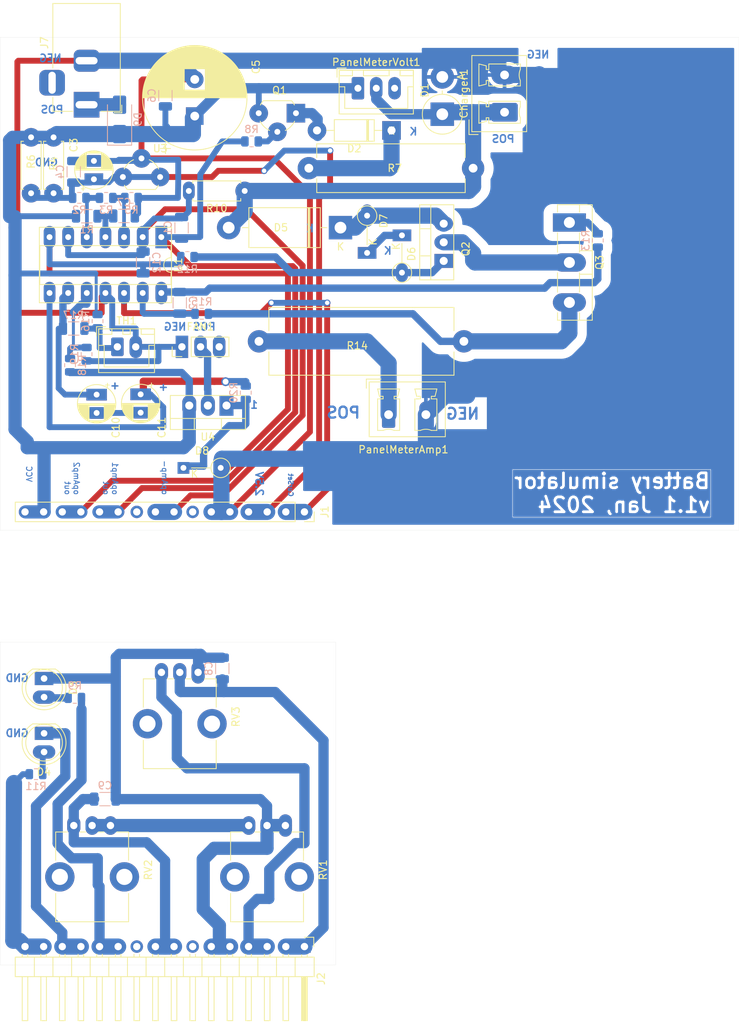
<source format=kicad_pcb>
(kicad_pcb (version 20221018) (generator pcbnew)
  (layers (0 "F.Cu" signal) (1 "In1.Cu" signal) (2 "In2.Cu" signal) (31 "B.Cu" signal) (34 "B.Paste" user) (35 "F.Paste" user) (36 "B.SilkS" user "B.Silkscreen") (37 "F.SilkS" user "F.Silkscreen") (38 "B.Mask" user) (39 "F.Mask" user) (44 "Edge.Cuts" user))
  (net 0 "")
  (net 1 "+2.5V")
  (net 2 "VCC")
  (net 3 "Net-(U1C--)")
  (net 4 "Net-(C10-Pad2)")
  (net 5 "Net-(C11-Pad1)")
  (net 6 "CHARGER+")
  (net 7 "Net-(D2-K)")
  (net 8 "Net-(D2-A)")
  (net 9 "Net-(D3-A)")
  (net 10 "Net-(D4-A)")
  (net 11 "Net-(D5-K)")
  (net 12 "Net-(D6-K)")
  (net 13 "Net-(D6-A)")
  (net 14 "Net-(FAN1-Pin_2)")
  (net 15 "METER_RED")
  (net 17 "Net-(Q1-B)")
  (net 18 "Net-(Q2-D)")
  (net 19 "Net-(Q3-B)")
  (net 20 "Net-(Q3-E)")
  (net 21 "V1")
  (net 22 "V2")
  (net 23 "Net-(C2-Pad2)")
  (net 24 "Net-(U1D--)")
  (net 25 "Net-(R16-Pad2)")
  (net 26 "Net-(U1C-+)")
  (net 27 "GND")
  (net 28 "Net-(D9-A)")
  (net 29 "Net-(U1E-V+)")
  (net 30 "Net-(RV1-Pad1)")
  (net 31 "CurSet")
  (net 36 "opamp-")
  (net 37 "opamp2Out")
  (net 38 "opamp1Out")
  (net 39 "Net-(D8-K)")
  (footprint "Capacitor_THT:CP_Radial_D5.0mm_P2.50mm" (layer "F.Cu") (at 83.04375 58.906 90)
    (fp_text reference "C3")
    (fp_text value "10u")
  )
  (footprint "Connector_JST:JST_XH_B2B-XH-A_1x02_P2.50mm_Vertical" (layer "F.Cu") (at 86.24575 81.75)
    (fp_text reference "TH1")
    (fp_text value "10k")
  )
  (footprint "Capacitor_THT:CP_Radial_D5.0mm_P2.50mm" (layer "F.Cu") (at 89.41575 88.222888 -90)
    (fp_text reference "C11")
    (fp_text value "22u/25V")
  )
  (footprint "Diode_THT:D_DO-35_SOD27_P5.08mm_Vertical_KathodeUp" (layer "F.Cu") (at 120.29375 68.945686 90)
    (fp_text reference "D7")
    (fp_text value "1N4735A")
  )
  (footprint "Diode_THT:D_DO-201AD_P5.08mm_Vertical_AnodeUp" (layer "F.Cu") (at 130.54375 50.04 90)
    (fp_text reference "D1")
    (fp_text value "1N5822")
  )
  (footprint "Connector_Phoenix_MC_HighVoltage:PhoenixContact_MCV_1,5_2-G-5.08_1x02_P5.08mm_Vertical" (layer "F.Cu") (at 139.03625 49.7725 90)
    (fp_text reference "Charger1")
    (fp_text value "Charger")
  )
  (footprint "Diode_THT:D_DO-201AD_P15.24mm_Horizontal" (layer "F.Cu") (at 116.66375 65.5 180)
    (fp_text reference "D5")
    (fp_text value "1N5404")
  )
  (footprint "Potentiometer_THT:Potentiometer_Bourns_PTV09A-1_Single_Vertical" (layer "F.Cu") (at 104.15 147 -90)
    (fp_text reference "RV1")
    (fp_text value "1k")
  )
  (footprint "Connector_PinHeader_2.54mm:PinHeader_1x16_P2.54mm_Horizontal" (layer "F.Cu") (at 111.75 163.5 -90)
    (fp_text reference "J2")
    (fp_text value "Conn_ctrl_brd")
  )
  (footprint "Connector_BarrelJack:BarrelJack_Horizontal" (layer "F.Cu") (at 82.04375 48.75 -90)
    (fp_text reference "J7")
    (fp_text value "Barrel_Jack")
  )
  (footprint "Potentiometer_THT:Potentiometer_Bourns_PTV09A-1_Single_Vertical" (layer "F.Cu") (at 92.25 126.1245 -90)
    (fp_text reference "RV3")
    (fp_text value "10k")
  )
  (footprint "Connector_JST:JST_XH_B3B-XH-A_1x03_P2.50mm_Vertical" (layer "F.Cu") (at 119.04375 46.5)
    (fp_text reference "PanelMeterVolt1")
    (fp_text value "Panel Meter Volt")
  )
  (footprint "Resistor_THT:R_Axial_Power_L20.0mm_W6.4mm_P22.40mm" (layer "F.Cu") (at 112.35 57.4)
    (fp_text reference "R7")
    (fp_text value "200 / 2W")
  )
  (footprint "Diode_THT:D_DO-35_SOD27_P5.08mm_Vertical_KathodeUp" (layer "F.Cu") (at 95.25 98.25)
    (fp_text reference "D8")
    (fp_text value "1N4741A / 11V")
  )
  (footprint "Diode_THT:D_DO-41_SOD81_P10.16mm_Horizontal" (layer "F.Cu") (at 123.62375 52.25 180)
    (fp_text reference "D2")
    (fp_text value "1N4001")
  )
  (footprint "Resistor_THT:R_Axial_DIN0207_L6.3mm_D2.5mm_P7.62mm_Horizontal" (layer "F.Cu") (at 74.478267 53.190449 -90)
    (fp_text reference "R6")
    (fp_text value "4.7k")
  )
  (footprint "Connector_PinSocket_2.54mm:PinSocket_1x16_P2.54mm_Vertical" (layer "F.Cu") (at 111.75 104.25 -90)
    (fp_text reference "J1")
    (fp_text value "Conn_power_brd" hide)
  )
  (footprint "LED_THT:LED_D5.0mm" (layer "F.Cu") (at 76.25 134.435 -90)
    (fp_text reference "D4")
    (fp_text value "RED")
  )
  (footprint "Package_TO_SOT_THT:TO-3P-3_Vertical" (layer "F.Cu") (at 147.875 64.8 -90)
    (fp_text reference "Q3")
    (fp_text value "2SD2390")
  )
  (footprint "Package_TO_SOT_THT:TO-92L_Wide" (layer "F.Cu") (at 110.59375 49.9 180)
    (fp_text reference "Q1")
    (fp_text value "2N3904")
  )
  (footprint "Package_TO_SOT_THT:TO-220-3_Vertical" (layer "F.Cu") (at 101.12375 89.75 180)
    (fp_text reference "U4")
    (fp_text value "LM317_TO-220")
  )
  (footprint "Package_TO_SOT_THT:TO-220-3_Vertical" (layer "F.Cu") (at 130.73875 70.04 90)
    (fp_text reference "Q2")
    (fp_text value "NDP6020P")
  )
  (footprint "Capacitor_THT:CP_Radial_D5.0mm_P2.50mm" (layer "F.Cu") (at 83.414306 88.262888 -90)
    (fp_text reference "C10")
    (fp_text value "22u/25V")
  )
  (footprint "Connector_PinHeader_2.54mm:PinHeader_1x03_P2.54mm_Vertical" (layer "F.Cu") (at 95.04375 81.75 90)
    (fp_text reference "FAN1")
    (fp_text value "FAN")
  )
  (footprint "Resistor_THT:R_Axial_Power_L25.0mm_W9.0mm_P27.94mm" (layer "F.Cu") (at 133.49 81 180)
    (fp_text reference "R14")
    (fp_text value "1R / 5W")
  )
  (footprint "Package_DIP:DIP-14_W7.62mm_Socket" (layer "F.Cu") (at 92.23475 66.79 -90)
    (fp_text reference "U1")
    (fp_text value "LM324")
  )
  (footprint "Diode_THT:D_DO-35_SOD27_P5.08mm_Vertical_KathodeUp" (layer "F.Cu") (at 125.04375 66.554315 -90)
    (fp_text reference "D6")
    (fp_text value "1N4735A")
  )
  (footprint "Connector_Phoenix_MC_HighVoltage:PhoenixContact_MCV_1,5_2-G-5.08_1x02_P5.08mm_Vertical" (layer "F.Cu") (at 123.2275 90.9925)
    (fp_text reference "PanelMeterAmp1")
    (fp_text value "Panel Meter Amp")
  )
  (footprint "Capacitor_THT:CP_Radial_D14.0mm_P5.00mm" (layer "F.Cu") (at 96.79375 50.297729 90)
    (fp_text reference "C5")
    (fp_text value "250uF/35V")
  )
  (footprint "Resistor_THT:R_Axial_DIN0207_L6.3mm_D2.5mm_P7.62mm_Horizontal" (layer "F.Cu") (at 103.60375 60.5 180)
    (fp_text reference "R10")
    (fp_text value "5k")
  )
  (footprint "Potentiometer_THT:Potentiometer_Bourns_PTV09A-1_Single_Vertical" (layer "F.Cu") (at 80.3 147 -90)
    (fp_text reference "RV2")
    (fp_text value "10k")
  )
  (footprint "Package_TO_SOT_THT:TO-92L_Wide" (layer "F.Cu") (at 86.99375 58.6)
    (fp_text reference "U3")
    (fp_text value "TL431LP")
  )
  (footprint "Resistor_THT:R_Axial_DIN0207_L6.3mm_D2.5mm_P7.62mm_Horizontal" (layer "F.Cu") (at 77.54375 53.19 -90)
    (fp_text reference "R4")
    (fp_text value "4.7k")
  )
  (footprint "LED_THT:LED_D5.0mm" (layer "F.Cu") (at 76.25 126.96 -90)
    (fp_text reference "D3")
    (fp_text value "GREEN")
  )
  (footprint "Resistor_SMD:R_0805_2012Metric" (layer "B.Cu") (at 82.04375 82.75 -90)
    (fp_text reference "R19")
    (fp_text value "470k")
  )
  (footprint "Resistor_SMD:R_0805_2012Metric" (layer "B.Cu") (at 104.54375 53.75 180)
    (fp_text reference "R8")
    (fp_text value "1k")
  )
  (footprint "Resistor_SMD:R_1206_3216Metric" (layer "B.Cu") (at 82.06975 63.946333)
    (fp_text reference "R1")
    (fp_text value "0")
  )
  (footprint "Resistor_SMD:R_0805_2012Metric" (layer "B.Cu") (at 88.16575 61.446)
    (fp_text reference "R5")
    (fp_text value "2k")
  )
  (footprint "Resistor_SMD:R_0805_2012Metric" (layer "B.Cu") (at 75.15 140)
    (fp_text reference "R11")
    (fp_text value "2k")
  )
  (footprint "Resistor_SMD:R_0805_2012Metric" (layer "B.Cu") (at 84.71325 61.446)
    (fp_text reference "R3")
    (fp_text value "10")
  )
  (footprint "Capacitor_SMD:C_1206_3216Metric" (layer "B.Cu") (at 87.150283 63.912406 180)
    (fp_text reference "C7")
    (fp_text value "100n/Film")
  )
  (footprint "Resistor_SMD:R_0805_2012Metric" (layer "B.Cu") (at 83.54375 78.25 -90)
    (fp_text reference "R16")
    (fp_text value "50k")
  )
  (footprint "Capacitor_SMD:C_1206_3216Metric" (layer "B.Cu") (at 84.55 143.4 180)
    (fp_text reference "C9")
    (fp_text value "1u")
  )
  (footprint "Capacitor_SMD:C_1206_3216Metric" (layer "B.Cu") (at 92.79375 47.5 -90)
    (fp_text reference "C6")
    (fp_text value "100n/Film")
  )
  (footprint "Resistor_SMD:R_0805_2012Metric" (layer "B.Cu") (at 79.79375 84.25 90)
    (fp_text reference "R18")
    (fp_text value "10Meg")
  )
  (footprint "Capacitor_SMD:C_1206_3216Metric" (layer "B.Cu") (at 95 65.525 -90)
    (fp_text reference "C1")
    (fp_text value "100n")
  )
  (footprint "Capacitor_SMD:C_1206_3216Metric" (layer "B.Cu") (at 89.75 70.25 90)
    (fp_text reference "C12")
    (fp_text value "10n")
  )
  (footprint "Resistor_SMD:R_0805_2012Metric" (layer "B.Cu") (at 80.4375 129.6 180)
    (fp_text reference "R9")
    (fp_text value "2k")
  )
  (footprint "Resistor_SMD:R_0805_2012Metric" (layer "B.Cu") (at 95.79375 69.5)
    (fp_text reference "R12")
    (fp_text value "1k")
  )
  (footprint "Resistor_SMD:R_0805_2012Metric" (layer "B.Cu") (at 151.75 67.25 -90)
    (fp_text reference "R13")
    (fp_text value "10k")
  )
  (footprint "Capacitor_SMD:C_1206_3216Metric" (layer "B.Cu") (at 94.75 75.75 90)
    (fp_text reference "C2")
    (fp_text value "100p")
  )
  (footprint "Resistor_SMD:R_1206_3216Metric" (layer "B.Cu") (at 80.2875 79.25 180)
    (fp_text reference "R17")
    (fp_text value "470k")
  )
  (footprint "Resistor_SMD:R_0805_2012Metric" (layer "B.Cu") (at 103.75 88 -90)
    (fp_text reference "R20")
    (fp_text value "10k")
  )
  (footprint "Capacitor_SMD:C_1206_3216Metric" (layer "B.Cu") (at 100.55 125.6 -90)
    (fp_text reference "C8")
    (fp_text value "1u")
  )
  (footprint "Resistor_SMD:R_0805_2012Metric" (layer "B.Cu") (at 81.05375 61.446)
    (fp_text reference "R2")
    (fp_text value "1k")
  )
  (footprint "Diode_SMD:D_SMA" (layer "B.Cu") (at 86.54375 50.75 90)
    (fp_text reference "D9")
    (fp_text value "Schottky/100mA")
  )
  (footprint "Capacitor_SMD:C_1206_3216Metric" (layer "B.Cu") (at 80.29375 57.89 -90)
    (fp_text reference "C4")
    (fp_text value "100n")
  )
  (footprint "Resistor_SMD:R_0805_2012Metric" (layer "B.Cu") (at 97.75 77.25 180)
    (fp_text reference "R15")
    (fp_text value "10k")
  )
  (gr_rect (start 70.25 39.55) (end 171 106.75) (stroke (width 0.02)) (fill none) (layer "Edge.Cuts"))
  (gr_rect (start 70.25 122) (end 116 166) (stroke (width 0.02)) (fill none) (layer "Edge.Cuts"))
  (gr_text "opAmp2\nout\n" (at 79 102 -90) (layer "B.Cu") (effects (font (size 0.762 0.762) (thickness 0.127) bold) (justify left bottom mirror)))
  (gr_text "NEG" (at 95.75 79.6) (layer "B.Cu") (effects (font (size 1.016 1.016) (thickness 0.2032) bold) (justify left bottom mirror)))
  (gr_text "POS" (at 140.5 54) (layer "B.Cu") (effects (font (size 1.016 1.016) (thickness 0.2032) bold) (justify left bottom mirror)))
  (gr_text "1" (at 105.5 90.25) (layer "B.Cu") (effects (font (size 1.016 1.016) (thickness 0.2032) bold) (justify left bottom mirror)))
  (gr_text "VCC" (at 73.75 100.25 -90) (layer "B.Cu") (effects (font (size 0.762 0.762) (thickness 0.127) bold) (justify left bottom mirror)))
  (gr_text "2.5V" (at 105 102.2 -90) (layer "B.Cu") (effects (font (size 1.016 1.016) (thickness 0.2032) bold) (justify left bottom mirror)))
  (gr_text "K" (at 127.25 53) (layer "B.Cu") (effects (font (size 1.016 1.016) (thickness 0.2032) bold) (justify left bottom mirror)))
  (gr_text "CurSet" (at 109.5 102.25 270) (layer "B.Cu") (effects (font (size 0.635 0.635) (thickness 0.1524) bold) (justify left bottom mirror)))
  (gr_text "POS" (at 79 50) (layer "B.Cu") (effects (font (size 1.016 1.016) (thickness 0.2032) bold) (justify left bottom mirror)))
  (gr_text "+" (at 91.75 87.8) (layer "B.Cu") (effects (font (size 1.016 1.016) (thickness 0.2032) bold) (justify left bottom)))
  (gr_text "GND" (at 74.25 135) (layer "B.Cu") (effects (font (size 1.016 1.016) (thickness 0.2032) bold) (justify left bottom mirror)))
  (gr_text "NEG" (at 145.25 42.5) (layer "B.Cu") (effects (font (size 1.016 1.016) (thickness 0.2032) bold) (justify left bottom mirror)))
  (gr_text "POS" (at 99.75 79.6) (layer "B.Cu") (effects (font (size 1.016 1.016) (thickness 0.2032) bold) (justify left bottom mirror)))
  (gr_text "POS" (at 119.5 91.6) (layer "B.Cu") (effects (font (size 1.5 1.5) (thickness 0.3) bold) (justify left bottom mirror)))
  (gr_text "Battery simulator\nv1.1 Jan, 2024" (at 167.25 104.5) (layer "B.Cu" knockout) (effects (font (size 2.032 2.032) (thickness 0.381) bold) (justify left bottom mirror)))
  (gr_text "opAmp1\nout\n" (at 84.25 102 -90) (layer "B.Cu") (effects (font (size 0.762 0.762) (thickness 0.127) bold) (justify left bottom mirror)))
  (gr_text "K" (at 123.75 69.25) (layer "B.Cu") (effects (font (size 1.016 1.016) (thickness 0.2032) bold) (justify left bottom mirror)))
  (gr_text "GND" (at 78.25 57.2) (layer "B.Cu") (effects (font (size 1.016 1.016) (thickness 0.2032) bold) (justify left bottom mirror)))
  (gr_text "NEG" (at 78.75 43) (layer "B.Cu") (effects (font (size 1.016 1.016) (thickness 0.2032) bold) (justify left bottom mirror)))
  (gr_text "K" (at 113.15 66.2) (layer "B.Cu") (effects (font (size 1.016 1.016) (thickness 0.2032) bold) (justify left bottom mirror)))
  (gr_text "opAmp-\n" (at 92.25 102 -90) (layer "B.Cu") (effects (font (size 0.762 0.762) (thickness 0.127) bold) (justify left bottom mirror)))
  (gr_text "NEG" (at 135.75 91.75) (layer "B.Cu") (effects (font (size 1.5 1.5) (thickness 0.3) bold) (justify left bottom mirror)))
  (gr_text "GND" (at 74.25 127.5) (layer "B.Cu") (effects (font (size 1.016 1.016) (thickness 0.2032) bold) (justify left bottom mirror)))
  (gr_text "+" (at 85.15 87.6) (layer "B.Cu") (effects (font (size 1.016 1.016) (thickness 0.2032) bold) (justify left bottom)))
  (segment (start 115.25 60) (end 113.75 61.5) (width 0.8) (layer "F.Cu") (net 1))
  (segment (start 99.15 58.6) (end 100 57.75) (width 0.8) (layer "F.Cu") (net 1))
  (segment (start 113.75 61.5) (end 113.75 97.17) (width 0.8) (layer "F.Cu") (net 1))
  (segment (start 100 57.75) (end 106.25 57.75) (width 0.8) (layer "F.Cu") (net 1))
  (segment (start 115.25 55) (end 115.25 60) (width 0.8) (layer "F.Cu") (net 1))
  (segment (start 113.75 97.17) (end 106.67 104.25) (width 0.8) (layer "F.Cu") (net 1))
  (segment (start 92.07375 58.6) (end 99.15 58.6) (width 0.8) (layer "F.Cu") (net 1))
  (via (at 115.25 55) (size 0.9) (drill 0.6) (layers "F.Cu" "B.Cu") (net 1))
  (via (at 106.25 57.75) (size 0.9) (drill 0.6) (layers "F.Cu" "B.Cu") (net 1))
  (segment (start 106.95 157) (end 105.33 157) (width 1.4) (layer "B.Cu") (net 1))
  (segment (start 109 55) (end 115.25 55) (width 0.8) (layer "B.Cu") (net 1))
  (segment (start 106.25 57.75) (end 109 55) (width 0.8) (layer "B.Cu") (net 1))
  (segment (start 106.95 153) (end 106.95 157) (width 1.4) (layer "B.Cu") (net 1))
  (segment (start 104.13 104.25) (end 106.67 104.25) (width 2.2) (layer "B.Cu") (net 1))
  (segment (start 94.35 137.8) (end 95.75 139.2) (width 1.4) (layer "B.Cu") (net 1))
  (segment (start 80.29375 59.365) (end 82.58475 59.365) (width 0.8) (layer "B.Cu") (net 1))
  (segment (start 104.13 158.2) (end 104.13 163.5) (width 1.4) (layer "B.Cu") (net 1))
  (segment (start 104.08 163.5) (end 106.62 163.5) (width 2.2) (layer "B.Cu") (net 1))
  (segment (start 111.75 139.2) (end 111.75 149.4) (width 1.4) (layer "B.Cu") (net 1))
  (segment (start 80.04375 61.1635) (end 80.04375 59.3365) (width 0.8) (layer "B.Cu") (net 1))
  (segment (start 111.75 149.4) (end 110.55 149.4) (width 1.4) (layer "B.Cu") (net 1))
  (segment (start 110.55 149.4) (end 106.95 153) (width 1.4) (layer "B.Cu") (net 1))
  (segment (start 94.35 131.6) (end 94.35 137.8) (width 1.4) (layer "B.Cu") (net 1))
  (segment (start 92.25 129.5) (end 94.35 131.6) (width 1.4) (layer "B.Cu") (net 1))
  (segment (start 82.531306 59.3194) (end 85.071306 59.3194) (width 0.8) (layer "B.Cu") (net 1))
  (segment (start 80.14125 61.446) (end 77.54375 61.446) (width 0.8) (layer "B.Cu") (net 1))
  (segment (start 92.25 126.1245) (end 92.25 129.5) (width 1.4) (layer "B.Cu") (net 1))
  (segment (start 105.33 157) (end 104.13 158.2) (width 1.4) (layer "B.Cu") (net 1))
  (segment (start 77.54375 61.446) (end 74.92975 61.446) (width 0.8) (layer "B.Cu") (net 1))
  (segment (start 82.58475 59.365) (end 83.04375 58.906) (width 0.8) (layer "B.Cu") (net 1))
  (segment (start 85.790706 58.6) (end 92.07375 58.6) (width 0.8) (layer "B.Cu") (net 1))
  (segment (start 95.75 139.2) (end 111.75 139.2) (width 1.4) (layer "B.Cu") (net 1))
  (segment (start 85.071306 59.3194) (end 85.790706 58.6) (width 0.8) (layer "B.Cu") (net 1))
  (segment (start 96.54375 50.547729) (end 96.79375 50.297729) (width 2.2) (layer "B.Cu") (net 2))
  (segment (start 119.04375 46.5) (end 105.54375 46.5) (width 1.4) (layer "B.Cu") (net 2))
  (segment (start 83.35548 71.85548) (end 83.25 71.75) (width 0.4) (layer "B.Cu") (net 2))
  (segment (start 74.29375 53.19) (end 77.54375 53.19) (width 1.8) (layer "B.Cu") (net 2))
  (segment (start 72.05 162.7) (end 72.85 162.7) (width 2.2) (layer "B.Cu") (net 2))
  (segment (start 72.29375 93) (end 72.29375 72) (width 1.8) (layer "B.Cu") (net 2))
  (segment (start 72.85 162.7) (end 73.65 163.5) (width 2.2) (layer "B.Cu") (net 2))
  (segment (start 72.347417 63.946333) (end 72.29375 64) (width 0.8) (layer "B.Cu") (net 2))
  (segment (start 79.79375 85.25) (end 95.00375 85.25) (width 1) (layer "B.Cu") (net 2))
  (segment (start 96.54375 52.75) (end 96.54375 50.547729) (width 2.2) (layer "B.Cu") (net 2))
  (segment (start 72.05 162.7) (end 72.15 141.2) (width 2.2) (layer "B.Cu") (net 2))
  (segment (start 83.25 71.75) (end 72.54375 71.75) (width 0.8) (layer "B.Cu") (net 2))
  (segment (start 73.95 94.65625) (end 72.29375 93) (width 1.8) (layer "B.Cu") (net 2))
  (segment (start 80.60725 63.946333) (end 72.347417 63.946333) (width 0.8) (layer "B.Cu") (net 2))
  (segment (start 72.29375 64) (end 72.29375 65.5) (width 1.8) (layer "B.Cu") (net 2))
  (segment (start 100.591479 46.5) (end 97.269885 49.821594) (width 1.4) (layer "B.Cu") (net 2))
  (segment (start 83.35548 76.955142) (end 83.35548 71.85548) (width 0.4) (layer "B.Cu") (net 2))
  (segment (start 76.27 104.25) (end 73.73 104.25) (width 1.8) (layer "B.Cu") (net 2))
  (segment (start 72.29375 65.5) (end 72.29375 72) (width 1.8) (layer "B.Cu") (net 2))
  (segment (start 71.55 53.6) (end 71.95 53.2) (width 1.8) (layer "B.Cu") (net 2))
  (segment (start 105.52375 49.98) (end 105.52375 46.52) (width 0.8) (layer "B.Cu") (net 2))
  (segment (start 73.95 95.5) (end 73.95 94.65625) (width 1.8) (layer "B.Cu") (net 2))
  (segment (start 71.95 53.2) (end 74.29375 53.19) (width 1.8) (layer "B.Cu") (net 2))
  (segment (start 76.25 104.25) (end 76.25 95.8) (width 1.8) (layer "B.Cu") (net 2))
  (segment (start 96.04375 86.29) (end 96.04375 89.75) (width 1) (layer "B.Cu") (net 2))
  (segment (start 71.55 64) (end 71.55 53.6) (width 1.8) (layer "B.Cu") (net 2))
  (segment (start 74.2375 140) (end 73.35 140) (width 0.8) (layer "B.Cu") (net 2))
  (segment (start 86.54375 52.75) (end 77.98375 52.75) (width 2.2) (layer "B.Cu") (net 2))
  (segment (start 86.54375 52.75) (end 96.54375 52.75) (width 2.2) (layer "B.Cu") (net 2))
  (segment (start 92.79375 51.5) (end 93.04375 51.75) (width 0.8) (layer "B.Cu") (net 2))
  (segment (start 77.98375 52.75) (end 77.54375 53.19) (width 2.2) (layer "B.Cu") (net 2))
  (segment (start 73.35 140) (end 72.15 141.2) (width 0.8) (layer "B.Cu") (net 2))
  (segment (start 92.79375 48.975) (end 92.79375 51.5) (width 0.8) (layer "B.Cu") (net 2))
  (segment (start 95.00375 85.25) (end 96.04375 86.29) (width 1) (layer "B.Cu") (net 2))
  (segment (start 72.54375 71.75) (end 72.29375 72) (width 0.8) (layer "B.Cu") (net 2))
  (segment (start 96.04375 89.75) (end 96.04375 94.70625) (width 1.8) (layer "B.Cu") (net 2))
  (segment (start 83.54375 77.0875) (end 83.41475 76.9585) (width 0.4) (layer "B.Cu") (net 2))
  (segment (start 95.25 95.5) (end 73.95 95.5) (width 1.8) (layer "B.Cu") (net 2))
  (segment (start 96.04375 94.70625) (end 95.25 95.5) (width 1.8) (layer "B.Cu") (net 2))
  (segment (start 73.65 163.5) (end 76.19 163.5) (width 2.2) (layer "B.Cu") (net 2))
  (segment (start 105.54375 46.5) (end 100.591479 46.5) (width 1.4) (layer "B.Cu") (net 2))
  (segment (start 105.52375 46.52) (end 105.54375 46.5) (width 0.8) (layer "B.Cu") (net 2))
  (segment (start 79.106638 88.262888) (end 78.23975 87.396) (width 0.8) (layer "B.Cu") (net 3))
  (segment (start 78.825 79.25) (end 78.825 75.11975) (width 1) (layer "B.Cu") (net 3))
  (segment (start 83.414306 88.262888) (end 79.106638 88.262888) (width 0.8) (layer "B.Cu") (net 3))
  (segment (start 78.825 75.11975) (end 79.53475 74.41) (width 1) (layer "B.Cu") (net 3))
  (segment (start 78.23975 87.396) (end 78.23975 79.268) (width 0.8) (layer "B.Cu") (net 3))
  (segment (start 83.414306 90.762888) (end 89.37575 90.762888) (width 0.8) (layer "B.Cu") (net 4))
  (segment (start 89.41575 88.222888) (end 89.788638 87.85) (width 1) (layer "F.Cu") (net 5))
  (segment (start 89.788638 87.85) (end 89.788638 86.44) (width 1) (layer "F.Cu") (net 5))
  (segment (start 100.94 86.44) (end 101 86.5) (width 1) (layer "F.Cu") (net 5))
  (segment (start 89.788638 86.44) (end 100.94 86.44) (width 1) (layer "F.Cu") (net 5))
  (segment (start 99.5 86.44) (end 99.44 86.44) (width 1) (layer "F.Cu") (net 5))
  (via (at 101 86.5) (size 1.2) (drill 0.8) (layers "F.Cu" "B.Cu") (net 5))
  (segment (start 90.750638 88.222888) (end 92.46375 89.936) (width 0.8) (layer "B.Cu") (net 5))
  (segment (start 89.41575 88.222888) (end 90.750638 88.222888) (width 0.8) (layer "B.Cu") (net 5))
  (segment (start 103.75 86.5) (end 101 86.5) (width 1) (layer "B.Cu") (net 5))
  (segment (start 92.49475 92.701) (end 92.49475 89.967) (width 0.8) (layer "B.Cu") (net 5))
  (segment (start 76.99475 74.41) (end 76.99475 92.701) (width 0.8) (layer "B.Cu") (net 5))
  (segment (start 92.49475 89.967) (end 92.46375 89.936) (width 0.8) (layer "B.Cu") (net 5))
  (segment (start 76.99475 92.701) (end 92.49475 92.701) (width 0.8) (layer "B.Cu") (net 5))
  (segment (start 103.75 87.0875) (end 103.75 86.5) (width 1) (layer "B.Cu") (net 5))
  (segment (start 103.60375 60.5) (end 103.60375 63.32) (width 2.2) (layer "B.Cu") (net 6))
  (segment (start 121.54375 46.5) (end 121.54375 48) (width 1.4) (layer "B.Cu") (net 6))
  (segment (start 134.75 49.7725) (end 130.81125 49.7725) (width 2.2) (layer "B.Cu") (net 6))
  (segment (start 134.75 57.4) (end 134.75 59.9) (width 2.2) (layer "B.Cu") (net 6))
  (segment (start 121.54375 48) (end 123.58375 50.04) (width 1.4) (layer "B.Cu") (net 6))
  (segment (start 134.75 59.9) (end 134.15 60.5) (width 2.2) (layer "B.Cu") (net 6))
  (segment (start 134.75 57.4) (end 134.75 49.7725) (width 2.2) (layer "B.Cu") (net 6))
  (segment (start 103.60375 63.32) (end 101.42375 65.5) (width 2.2) (layer "B.Cu") (net 6))
  (segment (start 134.15 60.5) (end 103.60375 60.5) (width 2.2) (layer "B.Cu") (net 6))
  (segment (start 139.03625 49.7725) (end 134.75 49.7725) (width 2.2) (layer "B.Cu") (net 6))
  (segment (start 123.58375 50.04) (end 130.54375 50.04) (width 1.4) (layer "B.Cu") (net 6))
  (segment (start 123.62375 57.145) (end 123.36875 57.4) (width 2.2) (layer "B.Cu") (net 7))
  (segment (start 123.36875 57.4) (end 112.35 57.4) (width 2.2) (layer "B.Cu") (net 7))
  (segment (start 123.62375 57.145) (end 123.62375 52.25) (width 2.2) (layer "B.Cu") (net 7))
  (segment (start 113.54375 50.67) (end 112.77375 49.9) (width 1.4) (layer "B.Cu") (net 8))
  (segment (start 112.77375 49.9) (end 110.59375 49.9) (width 1.4) (layer "B.Cu") (net 8))
  (segment (start 113.54375 53) (end 113.54375 50.67) (width 1.4) (layer "B.Cu") (net 8))
  (segment (start 79.525 129.6) (end 76.35 129.6) (width 1) (layer "B.Cu") (net 9))
  (segment (start 76.0625 140) (end 76.0625 137.1625) (width 0.8) (layer "B.Cu") (net 10))
  (segment (start 116.66375 65.5) (end 118.659436 65.5) (width 2.2) (layer "B.Cu") (net 11))
  (segment (start 118.659436 65.5) (end 120.29375 63.865686) (width 2.2) (layer "B.Cu") (net 11))
  (segment (start 129.644436 63.865686) (end 130.73875 64.96) (width 2.2) (layer "B.Cu") (net 11))
  (segment (start 120.29375 63.865686) (end 129.644436 63.865686) (width 2.2) (layer "B.Cu") (net 11))
  (segment (start 125.04375 66.554315) (end 122.685121 66.554315) (width 1) (layer "B.Cu") (net 12))
  (segment (start 122.685121 66.554315) (end 120.29375 68.945686) (width 1) (layer "B.Cu") (net 12))
  (segment (start 96.70625 69.5) (end 107.79375 69.5) (width 1) (layer "B.Cu") (net 13))
  (segment (start 107.79375 69.5) (end 109.928065 71.634315) (width 1) (layer "B.Cu") (net 13))
  (segment (start 109.928065 71.634315) (end 125.04375 71.634315) (width 1) (layer "B.Cu") (net 13))
  (segment (start 125.04375 71.634315) (end 129.144435 71.634315) (width 1) (layer "B.Cu") (net 13))
  (segment (start 129.144435 71.634315) (end 130.73875 70.04) (width 1) (layer "B.Cu") (net 13))
  (segment (start 98.58375 87.595) (end 98.58375 89.75) (width 1) (layer "B.Cu") (net 14))
  (segment (start 98.54375 87.555) (end 98.54375 82.75) (width 1) (layer "B.Cu") (net 14))
  (segment (start 98.54375 87.555) (end 98.58375 87.595) (width 1) (layer "B.Cu") (net 14))
  (segment (start 98.54375 82.75) (end 97.54375 81.75) (width 1) (layer "B.Cu") (net 14))
  (segment (start 105.55 81) (end 120.25 81) (width 2.2) (layer "B.Cu") (net 15))
  (segment (start 120.25 81) (end 123.2275 83.9775) (width 2.2) (layer "B.Cu") (net 15))
  (segment (start 123.2275 83.9775) (end 123.2275 90.9925) (width 2.2) (layer "B.Cu") (net 15))
  (segment (start 108.05375 52.44) (end 106.74375 53.75) (width 0.8) (layer "B.Cu") (net 17))
  (segment (start 106.74375 53.75) (end 105.45625 53.75) (width 0.8) (layer "B.Cu") (net 17))
  (segment (start 134.75 69) (end 134.75 70) (width 2.2) (layer "B.Cu") (net 18))
  (segment (start 130.73875 67.5) (end 133.25 67.5) (width 2.2) (layer "B.Cu") (net 18))
  (segment (start 133.25 67.5) (end 134.75 69) (width 2.2) (layer "B.Cu") (net 18))
  (segment (start 134.75 70) (end 135 70.25) (width 2.2) (layer "B.Cu") (net 18))
  (segment (start 135 70.25) (end 147.875 70.25) (width 2.2) (layer "B.Cu") (net 18))
  (segment (start 150.35 64.8) (end 147.875 64.8) (width 1) (layer "B.Cu") (net 19))
  (segment (start 151.55 66) (end 150.35 64.8) (width 1) (layer "B.Cu") (net 19))
  (segment (start 126.54375 77.25) (end 130.29375 81) (width 1) (layer "B.Cu") (net 20))
  (segment (start 147.875 79.875) (end 147.875 75.7) (width 2.2) (layer "B.Cu") (net 20))
  (segment (start 98.6625 77.25) (end 126.54375 77.25) (width 1) (layer "B.Cu") (net 20))
  (segment (start 133.49 81) (end 146.75 81) (width 2.2) (layer "B.Cu") (net 20))
  (segment (start 146.75 81) (end 147.875 79.875) (width 2.2) (layer "B.Cu") (net 20))
  (segment (start 130.29375 81) (end 133.49 81) (width 1) (layer "B.Cu") (net 20))
  (segment (start 81.96625 61.446) (end 82.57775 61.446) (width 0.8) (layer "B.Cu") (net 21))
  (segment (start 82.57775 61.446) (end 83.80075 61.446) (width 0.8) (layer "B.Cu") (net 21))
  (segment (start 81.96625 61.446) (end 82.091589 61.571339) (width 0.8) (layer "B.Cu") (net 21))
  (segment (start 82.091589 61.571339) (end 82.091589 66.773161) (width 0.5) (layer "B.Cu") (net 21))
  (segment (start 85.62575 61.446) (end 86.64175 61.446) (width 0.8) (layer "B.Cu") (net 22))
  (segment (start 87.15475 66.79) (end 87.15475 61.5445) (width 0.5) (layer "B.Cu") (net 22))
  (segment (start 86.64175 61.446) (end 87.25325 61.446) (width 0.8) (layer "B.Cu") (net 22))
  (segment (start 98.8375 73.75) (end 98.3125 74.275) (width 1) (layer "B.Cu") (net 23))
  (segment (start 92.36975 74.275) (end 92.23475 74.41) (width 1) (layer "B.Cu") (net 23))
  (segment (start 145.25 73) (end 151.25 73) (width 1) (layer "B.Cu") (net 23))
  (segment (start 151.25 73) (end 151.75 72.5) (width 1) (layer "B.Cu") (net 23))
  (segment (start 151.75 72.5) (end 151.75 68.1625) (width 1) (layer "B.Cu") (net 23))
  (segment (start 98.3125 74.275) (end 94.75 74.275) (width 1) (layer "B.Cu") (net 23))
  (segment (start 98.8375 73.75) (end 144.5 73.75) (width 1) (layer "B.Cu") (net 23))
  (segment (start 94.75 74.275) (end 92.36975 74.275) (width 1) (layer "B.Cu") (net 23))
  (segment (start 144.5 73.75) (end 145.25 73) (width 1) (layer "B.Cu") (net 23))
  (segment (start 89.69475 74.41) (end 89.69475 77.0635) (width 0.8) (layer "B.Cu") (net 24))
  (segment (start 89.88125 77.25) (end 96.8375 77.25) (width 0.8) (layer "B.Cu") (net 24))
  (segment (start 89.69475 77.0635) (end 89.88125 77.25) (width 0.8) (layer "B.Cu") (net 24))
  (segment (start 83.31975 79.268) (end 83.82775 79.776) (width 0.8) (layer "B.Cu") (net 25))
  (segment (start 81.69225 79.268) (end 83.31975 79.268) (width 0.8) (layer "B.Cu") (net 25))
  (segment (start 83.82775 79.776) (end 83.82775 81.9115) (width 0.8) (layer "B.Cu") (net 25))
  (segment (start 83.82775 81.9115) (end 86.08425 81.9115) (width 0.8) (layer "B.Cu") (net 25))
  (segment (start 79.95475 81.8375) (end 79.79375 81.9985) (width 0.8) (layer "B.Cu") (net 26))
  (segment (start 80.77975 81.8235) (end 80.79375 81.8375) (width 0.4) (layer "B.Cu") (net 26))
  (segment (start 80.25 77.014) (end 80.25 81.8235) (width 0.4) (layer "B.Cu") (net 26))
  (segment (start 82.07475 75.92525) (end 81.33875 75.92525) (width 1) (layer "B.Cu") (net 26))
  (segment (start 82.07475 74.41) (end 82.07475 75.92525) (width 1) (layer "B.Cu") (net 26))
  (segment (start 80.79375 81.8375) (end 82.04375 81.8375) (width 0.8) (layer "B.Cu") (net 26))
  (segment (start 81.33875 75.92525) (end 80.25 77.014) (width 1) (layer "B.Cu") (net 26))
  (segment (start 79.95475 81.8375) (end 80.79375 81.8375) (width 0.8) (layer "B.Cu") (net 26))
  (segment (start 79.79375 81.9985) (end 79.79375 83.3375) (width 0.8) (layer "B.Cu") (net 26))
  (segment (start 82.04375 42.75) (end 72.75 42.75) (width 0.8) (layer "F.Cu") (net 27))
  (segment (start 89.702271 45.297729) (end 96.79375 45.297729) (width 0.8) (layer "F.Cu") (net 27))
  (segment (start 101.59 104.25) (end 112.499999 93.340001) (width 0.8) (layer "F.Cu") (net 27))
  (segment (start 112.499999 60.999999) (end 107.56 56.06) (width 0.8) (layer "F.Cu") (net 27))
  (segment (start 107.56 56.06) (end 89.53375 56.06) (width 0.8) (layer "F.Cu") (net 27))
  (segment (start 112.499999 93.340001) (end 112.499999 60.999999) (width 0.8) (layer "F.Cu") (net 27))
  (segment (start 72.608267 42.891733) (end 72.608267 77.108267) (width 0.8) (layer "F.Cu") (net 27))
  (segment (start 84.108267 74.916483) (end 84.61475 74.41) (width 0.8) (layer "F.Cu") (net 27))
  (segment (start 84.108267 77.108267) (end 84.108267 74.916483) (width 0.8) (layer "F.Cu") (net 27))
  (segment (start 72.75 42.75) (end 72.608267 42.891733) (width 0.8) (layer "F.Cu") (net 27))
  (segment (start 89.53375 56.06) (end 89.53375 45.46625) (width 0.8) (layer "F.Cu") (net 27))
  (segment (start 89.53375 45.46625) (end 89.702271 45.297729) (width 0.8) (layer "F.Cu") (net 27))
  (segment (start 72.608267 77.108267) (end 84.108267 77.108267) (width 0.8) (layer "F.Cu") (net 27))
  (segment (start 100.15 163.5) (end 101.62 163.5) (width 2.2) (layer "B.Cu") (net 27))
  (segment (start 86.025 126.675) (end 85.74 126.96) (width 1.4) (layer "B.Cu") (net 27))
  (segment (start 86.29375 56.406) (end 89.18775 56.406) (width 0.8) (layer "B.Cu") (net 27))
  (segment (start 92.79375 46.025) (end 92.79375 43) (width 0.8) (layer "B.Cu") (net 27))
  (segment (start 85.54375 79.25) (end 85.54375 75.339) (width 0.8) (layer "B.Cu") (net 27))
  (segment (start 91.848 81.852) (end 91.95 81.75) (width 0.8) (layer "B.Cu") (net 27))
  (segment (start 106.65 147) (end 106.65 150.1) (width 1.8) (layer "B.Cu") (net 27))
  (segment (start 89.07825 61.446) (end 94.5 61.446) (width 0.8) (layer "B.Cu") (net 27))
  (segment (start 85.74 126.96) (end 76.25 126.96) (width 1.4) (layer "B.Cu") (net 27))
  (segment (start 130.9 88.4) (end 128.3075 90.9925) (width 2.2) (layer "B.Cu") (net 27))
  (segment (start 86.025 143.4) (end 105.72 143.4) (width 1.4) (layer "B.Cu") (net 27))
  (segment (start 88.74575 81.75) (end 88.74575 79.25) (width 0.8) (layer "B.Cu") (net 27))
  (segment (start 94.54375 59.25) (end 94.54375 56.25) (width 0.8) (layer "B.Cu") (net 27))
  (segment (start 105.72 143.4) (end 106.65 144.33) (width 1.4) (layer "B.Cu") (net 27))
  (segment (start 97.25 123.9) (end 96.95 123.6) (width 1.4) (layer "B.Cu") (net 27))
  (segment (start 137.09375 42.75) (end 139.03625 44.6925) (width 2.2) (layer "B.Cu") (net 27))
  (segment (start 94.246021 42.75) (end 137.09375 42.75) (width 2.2) (layer "B.Cu") (net 27))
  (segment (start 100.43 104.25) (end 100.43 97.32) (width 2.2) (layer "B.Cu") (net 27))
  (segment (start 94.246021 42.75) (end 96.79375 45.297729) (width 2.2) (layer "B.Cu") (net 27))
  (segment (start 100.43 97.32) (end 100.5 97) (width 2.2) (layer "B.Cu") (net 27))
  (segment (start 97.6005 123.6) (end 98.1255 124.125) (width 1.4) (layer "B.Cu") (net 27))
  (segment (start 99.07 104.25) (end 100.43 104.25) (width 2.2) (layer "B.Cu") (net 27))
  (segment (start 97.95 158.4) (end 100.15 160.6) (width 1.8) (layer "B.Cu") (net 27))
  (segment (start 89.07825 63.5325) (end 88.62475 63.986) (width 0.8) (layer "B.Cu") (net 27))
  (segment (start 143.6575 44.6925) (end 139.03625 44.6925) (width 2.2) (layer "B.Cu") (net 27))
  (segment (start 86.5 123.6) (end 96.95 123.6) (width 1.4) (layer "B.Cu") (net 27))
  (segment (start 98.1255 124.125) (end 100.55 124.125) (width 1.4) (layer "B.Cu") (net 27))
  (segment (start 106.65 150.1) (end 99.45 150.1) (width 1.8) (layer "B.Cu") (net 27))
  (segment (start 97.95 151.6) (end 99.45 150.1) (width 1.8) (layer "B.Cu") (net 27))
  (segment (start 96.95 123.6) (end 97.6005 123.6) (width 1.4) (layer "B.Cu") (net 27))
  (segment (start 88.74575 79.25) (end 85.54375 79.25) (width 0.8) (layer "B.Cu") (net 27))
  (segment (start 94.5 61.446) (end 94.54375 59.25) (width 0.8) (layer "B.Cu") (net 27))
  (segment (start 97.95 158.4) (end 97.95 151.6) (width 1.8) (layer "B.Cu") (net 27))
  (segment (start 91.848 83.702) (end 91.848 81.852) (width 0.8) (layer "B.Cu") (net 27))
  (segment (start 91.95 81.75) (end 88.74575 81.75) (width 0.8) (layer "B.Cu") (net 27))
  (segment (start 106.65 144.33) (end 106.65 147) (width 1.4) (layer "B.Cu") (net 27))
  (segment (start 83.04375 56.406) (end 86.29375 56.406) (width 0.8) (layer "B.Cu") (net 27))
  (segment (start 86.025 124.075) (end 86.5 123.6) (width 1.4) (layer "B.Cu") (net 27))
  (segment (start 128.3075 97) (end 128.3075 90.9925) (width 2.2) (layer "B.Cu") (net 27))
  (segment (start 95.04375 81.75) (end 91.95 81.75) (width 0.8) (layer "B.Cu") (net 27))
  (segment (start 143.8425 44.6925) (end 143.75 44.6) (width 2.2) (layer "B.Cu") (net 27))
  (segment (start 133.95 88.4) (end 130.9 88.4) (width 2.2) (layer "B.Cu") (net 27))
  (segment (start 86.025 126.675) (end 86.025 124.075) (width 1.4) (layer "B.Cu") (net 27))
  (segment (start 82.34175 83.702) (end 91.848 83.702) (width 0.8) (layer "B.Cu") (net 27))
  (segment (start 89.07825 61.446) (end 89.07825 63.5325) (width 0.8) (layer "B.Cu") (net 27))
  (segment (start 143.75 44.6) (end 143.6575 44.6925) (width 2.2) (layer "B.Cu") (net 27))
  (segment (start 86.44975 56.25) (end 86.29375 56.406) (width 0.8) (layer "B.Cu") (net 27))
  (segment (start 100.5 97) (end 128.3075 97) (width 2.2) (layer "B.Cu") (net 27))
  (segment (start 85.54375 75.339) (end 84.61475 74.41) (width 0.8) (layer "B.Cu") (net 27))
  (segment (start 80.29375 56.415) (end 83.03475 56.415) (width 0.8) (layer "B.Cu") (net 27))
  (segment (start 100.43 104.25) (end 101.61 104.25) (width 2.2) (layer "B.Cu") (net 27))
  (segment (start 82.04375 42.75) (end 93.04375 42.75) (width 2.2) (layer "B.Cu") (net 27))
  (segment (start 86.025 143.4) (end 86.025 126.675) (width 1.4) (layer "B.Cu") (net 27))
  (segment (start 93.04375 42.75) (end 94.246021 42.75) (width 2.2) (layer "B.Cu") (net 27))
  (segment (start 106.65 147) (end 109.15 147) (width 1.8) (layer "B.Cu") (net 27))
  (segment (start 100.15 160.6) (end 100.15 163.5) (width 1.8) (layer "B.Cu") (net 27))
  (segment (start 92.79375 43) (end 93.04375 42.75) (width 0.8) (layer "B.Cu") (net 27))
  (segment (start 99.08 163.5) (end 100.15 163.5) (width 2.2) (layer "B.Cu") (net 27))
  (segment (start 94.54375 56.25) (end 86.44975 56.25) (width 0.8) (layer "B.Cu") (net 27))
  (segment (start 97.25 126.1245) (end 97.25 123.9) (width 1.4) (layer "B.Cu") (net 27))
  (segment (start 86.54375 48.75) (end 82.04375 48.75) (width 1.8) (layer "B.Cu") (net 28))
  (segment (start 84.61475 66.79) (end 84.61475 63.951333) (width 0.8) (layer "B.Cu") (net 29))
  (segment (start 83.854089 63.946333) (end 84.60975 63.946333) (width 0.8) (layer "B.Cu") (net 29))
  (segment (start 84.61475 63.951333) (end 84.60975 63.946333) (width 0.8) (layer "B.Cu") (net 29))
  (segment (start 84.60975 63.946333) (end 85.635083 63.946333) (width 0.8) (layer "B.Cu") (net 29))
  (segment (start 85.3 147) (end 82.8 147) (width 1.8) (layer "B.Cu") (net 30))
  (segment (start 85.3 147) (end 104.15 147) (width 1.8) (layer "B.Cu") (net 30))
  (segment (start 111.75 104.25) (end 114.85 101.15) (width 0.8) (layer "F.Cu") (net 31))
  (segment (start 87.15475 74.41) (end 87.15475 77.15475) (width 0.8) (layer "F.Cu") (net 31))
  (segment (start 87.15475 77.15475) (end 105.84525 77.15475) (width 0.8) (layer "F.Cu") (net 31))
  (segment (start 114.85 101.15) (end 114.85 75.75) (width 0.8) (layer "F.Cu") (net 31))
  (segment (start 105.84525 77.15475) (end 107.25 75.75) (width 0.8) (layer "F.Cu") (net 31))
  (via (at 114.85 75.75) (size 0.9) (drill 0.6) (layers "F.Cu" "B.Cu") (net 31))
  (via (at 107.25 75.75) (size 0.9) (drill 0.6) (layers "F.Cu" "B.Cu") (net 31))
  (segment (start 100.55 128.6) (end 100.75 128.8) (width 1.4) (layer "B.Cu") (net 31))
  (segment (start 109.21 104.25) (end 111.75 104.25) (width 2.2) (layer "B.Cu") (net 31))
  (segment (start 114.35 135.4) (end 114.35 160.9) (width 1.4) (layer "B.Cu") (net 31))
  (segment (start 107.25 75.75) (end 114.85 75.75) (width 0.8) (layer "B.Cu") (net 31))
  (segment (start 94.75 126.1245) (end 94.75 128.668629) (width 1.4) (layer "B.Cu") (net 31))
  (segment (start 94.881371 128.8) (end 100.75 128.8) (width 1.4) (layer "B.Cu") (net 31))
  (segment (start 94.75 128.668629) (end 94.881371 128.8) (width 1.4) (layer "B.Cu") (net 31))
  (segment (start 100.75 128.8) (end 107.75 128.8) (width 1.4) (layer "B.Cu") (net 31))
  (segment (start 114.35 160.9) (end 111.75 163.5) (width 1.4) (layer "B.Cu") (net 31))
  (segment (start 107.75 128.8) (end 114.35 135.4) (width 1.4) (layer "B.Cu") (net 31))
  (segment (start 100.55 127.075) (end 100.55 128.6) (width 1.4) (layer "B.Cu") (net 31))
  (segment (start 109.21 163.5) (end 111.75 163.5) (width 2.2) (layer "B.Cu") (net 31))
  (segment (start 111.499998 91.07843) (end 100.578428 102) (width 0.8) (layer "F.Cu") (net 36))
  (segment (start 92.76075 63) (end 103.828428 63) (width 0.8) (layer "F.Cu") (net 36))
  (segment (start 111.499998 70.67157) (end 111.499998 91.07843) (width 0.8) (layer "F.Cu") (net 36))
  (segment (start 89.69475 66.066) (end 92.76075 63) (width 0.8) (layer "F.Cu") (net 36))
  (segment (start 100.578428 102) (end 96.22 102) (width 0.8) (layer "F.Cu") (net 36))
  (segment (start 103.828428 63) (end 111.499998 70.67157) (width 0.8) (layer "F.Cu") (net 36))
  (segment (start 96.22 102) (end 93.97 104.25) (width 0.8) (layer "F.Cu") (net 36))
  (segment (start 89.69475 66.79) (end 89.69475 66.066) (width 0.8) (layer "F.Cu") (net 36))
  (segment (start 91.43 104.25) (end 93.97 104.25) (width 2.2) (layer "B.Cu") (net 36))
  (segment (start 83.075 143.4) (end 81.55 143.4) (width 1.4) (layer "B.Cu") (net 36))
  (segment (start 90.07475 65.849) (end 90.07475 65.469) (width 0.8) (layer "B.Cu") (net 36))
  (segment (start 80.3 147) (end 80.3 149.287258) (width 1.4) (layer "B.Cu") (net 36))
  (segment (start 90.07475 65.469) (end 91.29375 64.25) (width 0.8) (layer "B.Cu") (net 36))
  (segment (start 91.43 163.5) (end 92.75 163.5) (width 2.2) (layer "B.Cu") (net 36))
  (segment (start 95.04375 64.25) (end 95.98375 63.31) (width 0.8) (layer "B.Cu") (net 36))
  (segment (start 79.53475 69.25) (end 79.53475 66.79) (width 0.8) (layer "B.Cu") (net 36))
  (segment (start 89.69475 65.849) (end 90.07475 65.849) (width 0.8) (layer "B.Cu") (net 36))
  (segment (start 89.69475 69.25) (end 79.53475 69.25) (width 0.8) (layer "B.Cu") (net 36))
  (segment (start 92.75 151.8) (end 92.75 163.5) (width 1.4) (layer "B.Cu") (net 36))
  (segment (start 80.3 149.287258) (end 90.237258 149.287258) (width 1.4) (layer "B.Cu") (net 36))
  (segment (start 80.3 144.65) (end 80.3 147) (width 1.4) (layer "B.Cu") (net 36))
  (segment (start 91.29375 64.25) (end 95.04375 64.25) (width 0.8) (layer "B.Cu") (net 36))
  (segment (start 90.237258 149.287258) (end 92.75 151.8) (width 1.4) (layer "B.Cu") (net 36))
  (segment (start 95.98375 63.31) (end 95.98375 60.5) (width 0.8) (layer "B.Cu") (net 36))
  (segment (start 92.75 163.5) (end 93.97 163.5) (width 2.2) (layer "B.Cu") (net 36))
  (segment (start 81.55 143.4) (end 80.3 144.65) (width 1.4) (layer "B.Cu") (net 36))
  (segment (start 89.69475 66.79) (end 89.69475 69.25) (width 0.8) (layer "B.Cu") (net 36))
  (segment (start 81.27 104.25) (end 85.52 100) (width 0.8) (layer "F.Cu") (net 37))
  (segment (start 76.99475 71.74475) (end 76.99475 66.79) (width 0.8) (layer "F.Cu") (net 37))
  (segment (start 109.499998 90.250002) (end 109.499998 71.74475) (width 0.8) (layer "F.Cu") (net 37))
  (segment (start 85.52 100) (end 99.75 100) (width 0.8) (layer "F.Cu") (net 37))
  (segment (start 99.75 100) (end 109.499998 90.250002) (width 0.8) (layer "F.Cu") (net 37))
  (segment (start 109.499998 71.74475) (end 76.99475 71.74475) (width 0.8) (layer "F.Cu") (net 37))
  (segment (start 79.15 134.435) (end 79.15 140.288) (width 1.4) (layer "B.Cu") (net 37))
  (segment (start 94.88125 70.4125) (end 94.88125 69.5) (width 0.8) (layer "B.Cu") (net 37))
  (segment (start 78.73 161.58) (end 78.73 163.5) (width 1.4) (layer "B.Cu") (net 37))
  (segment (start 94.79375 70.5) (end 94.88125 70.4125) (width 0.8) (layer "B.Cu") (net 37))
  (segment (start 75.15 158) (end 78.73 161.58) (width 1.4) (layer "B.Cu") (net 37))
  (segment (start 76.99475 70.5) (end 89.75 70.5) (width 0.8) (layer "B.Cu") (net 37))
  (segment (start 76.99475 66.79) (end 76.99475 70.5) (width 0.8) (layer "B.Cu") (net 37))
  (segment (start 79.15 140.288) (end 75.15 144.352) (width 1.4) (layer "B.Cu") (net 37))
  (segment (start 89.75 70.5) (end 89.75 71.725) (width 0.8) (layer "B.Cu") (net 37))
  (segment (start 81.27 104.25) (end 78.73 104.25) (width 1.8) (layer "B.Cu") (net 37))
  (segment (start 89.75 70.5) (end 94.79375 70.5) (width 0.8) (layer "B.Cu") (net 37))
  (segment (start 76.25 134.435) (end 79.15 134.435) (width 1.4) (layer "B.Cu") (net 37))
  (segment (start 78.73 163.5) (end 81.27 163.5) (width 2.2) (layer "B.Cu") (net 37))
  (segment (start 75.15 144.352) (end 75.15 158) (width 1.4) (layer "B.Cu") (net 37))
  (segment (start 89.6 101) (end 86.35 104.25) (width 0.8) (layer "F.Cu") (net 38))
  (segment (start 96.1895 70.74475) (end 110.158964 70.74475) (width 0.8) (layer "F.Cu") (net 38))
  (segment (start 100.164214 101) (end 89.6 101) (width 0.8) (layer "F.Cu") (net 38))
  (segment (start 110.158964 70.74475) (end 110.499998 71.085784) (width 0.8) (layer "F.Cu") (net 38))
  (segment (start 92.23475 66.79) (end 96.1895 70.74475) (width 0.8) (layer "F.Cu") (net 38))
  (segment (start 110.499998 90.664216) (end 100.164214 101) (width 0.8) (layer "F.Cu") (net 38))
  (segment (start 110.499998 71.085784) (end 110.499998 90.664216) (width 0.8) (layer "F.Cu") (net 38))
  (segment (start 80.014 151.464) (end 83.57 151.464) (width 1.4) (layer "B.Cu") (net 38))
  (segment (start 81.35 129.6) (end 81.35 131.144) (width 1) (layer "B.Cu") (net 38))
  (segment (start 100.54375 53.75) (end 97.54375 58.25) (width 0.8) (layer "B.Cu") (net 38))
  (segment (start 83.57 155.06878) (end 83.81 155.30878) (width 1.4) (layer "B.Cu") (net 38))
  (segment (start 78.10122 149.432) (end 78.60922 150.05922) (width 1.4) (layer "B.Cu") (net 38))
  (segment (start 103.63125 53.75) (end 100.54375 53.75) (width 0.8) (layer "B.Cu") (net 38))
  (segment (start 97.50375 66.79) (end 92.23475 66.79) (width 0.8) (layer "B.Cu") (net 38))
  (segment (start 83.57 151.464) (end 83.57 155.06878) (width 1.4) (layer "B.Cu") (net 38))
  (segment (start 83.81 163.5) (end 86.35 163.5) (width 2.2) (layer "B.Cu") (net 38))
  (segment (start 81.35 131.144) (end 81.35 140.8) (width 1.4) (layer "B.Cu") (net 38))
  (segment (start 83.73 104.25) (end 86.27 104.25) (width 1.8) (layer "B.Cu") (net 38))
  (segment (start 81.35 140.8) (end 78.10122 144.04878) (width 1.4) (layer "B.Cu") (net 38))
  (segment (start 78.60922 150.05922) (end 80.014 151.464) (width 1.4) (layer "B.Cu") (net 38))
  (segment (start 78.10122 144.04878) (end 78.10122 149.432) (width 1.4) (layer "B.Cu") (net 38))
  (segment (start 97.54375 58.25) (end 97.54375 66.75) (width 0.8) (layer "B.Cu") (net 38))
  (segment (start 83.81 155.30878) (end 83.81 163.5) (width 1.4) (layer "B.Cu") (net 38))
  (segment (start 97.54375 66.75) (end 97.50375 66.79) (width 0.8) (layer "B.Cu") (net 38))
  (segment (start 95.25 98.25) (end 95.5 98) (width 1) (layer "B.Cu") (net 39))
  (segment (start 103.75 92.25) (end 103.75 90) (width 1) (layer "B.Cu") (net 39))
  (segment (start 103.5 92.5) (end 103.75 92.25) (width 1) (layer "B.Cu") (net 39))
  (segment (start 98 98) (end 98 96) (width 1) (layer "B.Cu") (net 39))
  (segment (start 103.75 90) (end 103.75 88.9125) (width 1) (layer "B.Cu") (net 39))
  (segment (start 101.5 92.5) (end 103.5 92.5) (width 1) (layer "B.Cu") (net 39))
  (segment (start 103.5 89.75) (end 101.12375 89.75) (width 1) (layer "B.Cu") (net 39))
  (segment (start 95.5 98) (end 98 98) (width 1) (layer "B.Cu") (net 39))
  (segment (start 103.75 90) (end 103.5 89.75) (width 1) (layer "B.Cu") (net 39))
  (segment (start 98 96) (end 101.5 92.5) (width 1) (layer "B.Cu") (net 39))
  (zone (net 27) (net_name "GND") (layer "B.Cu") (connect_pads (clearance 1.27)) (min_thickness 0.25) (fill yes (thermal_gap 0.5) (thermal_bridge_width 0.5))
    (polygon (pts (xy 170.35 41) (xy 127.75 41) (xy 127.75 94.6) (xy 111.55 94.6) (xy 111.55 101.4) (xy 115.55 101.4) (xy 115.55 106) (xy 170.35 106)))
  )
)
</source>
